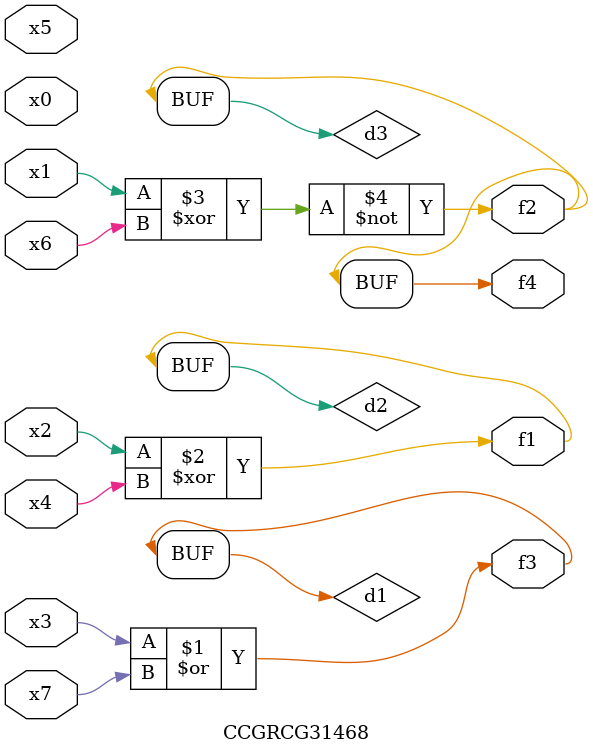
<source format=v>
module CCGRCG31468(
	input x0, x1, x2, x3, x4, x5, x6, x7,
	output f1, f2, f3, f4
);

	wire d1, d2, d3;

	or (d1, x3, x7);
	xor (d2, x2, x4);
	xnor (d3, x1, x6);
	assign f1 = d2;
	assign f2 = d3;
	assign f3 = d1;
	assign f4 = d3;
endmodule

</source>
